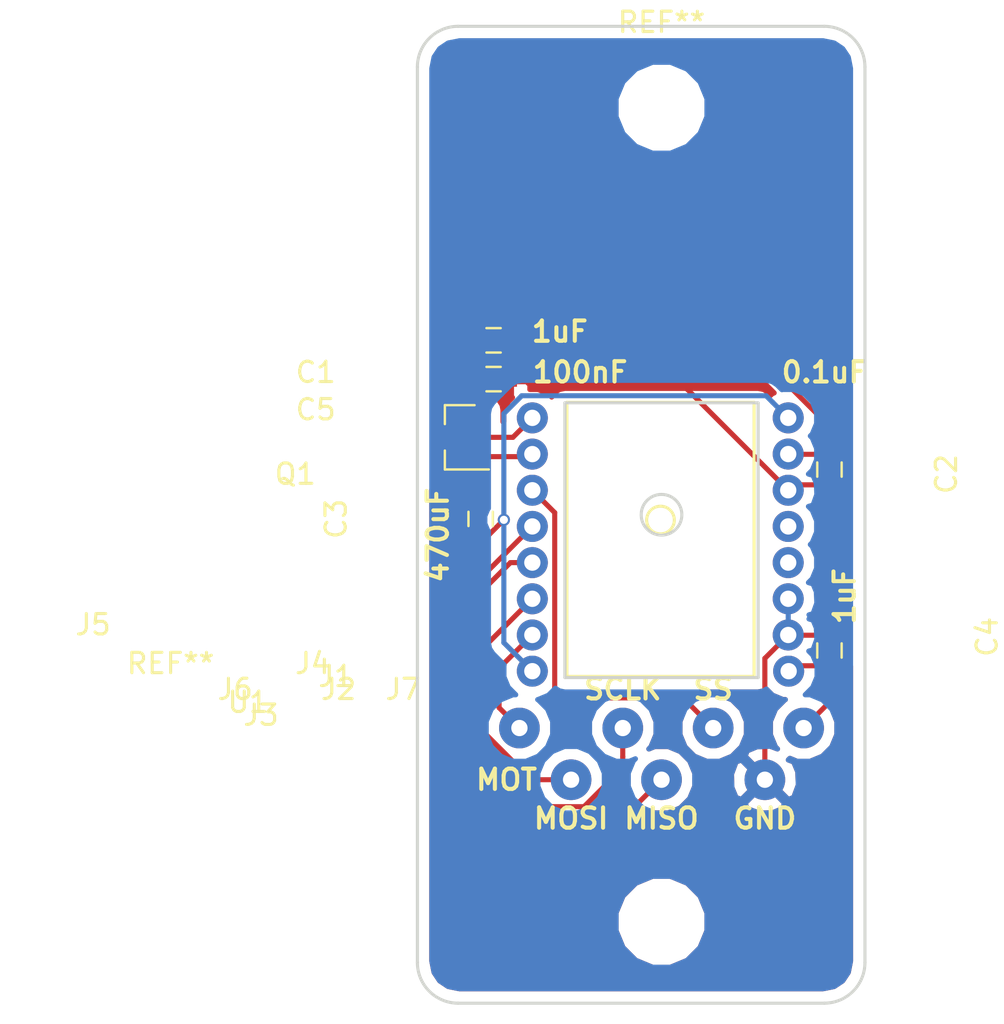
<source format=kicad_pcb>
(kicad_pcb (version 4) (host pcbnew 4.0.7)

  (general
    (links 24)
    (no_connects 0)
    (area -12.075001 -24.075001 10.075001 24.075001)
    (thickness 1.6)
    (drawings 24)
    (tracks 76)
    (zones 0)
    (modules 16)
    (nets 13)
  )

  (page A4)
  (layers
    (0 F.Cu signal)
    (31 B.Cu signal)
    (32 B.Adhes user)
    (33 F.Adhes user)
    (34 B.Paste user)
    (35 F.Paste user)
    (36 B.SilkS user)
    (37 F.SilkS user)
    (38 B.Mask user)
    (39 F.Mask user)
    (40 Dwgs.User user)
    (41 Cmts.User user)
    (42 Eco1.User user)
    (43 Eco2.User user)
    (44 Edge.Cuts user)
    (45 Margin user)
    (46 B.CrtYd user)
    (47 F.CrtYd user)
    (48 B.Fab user)
    (49 F.Fab user)
  )

  (setup
    (last_trace_width 0.25)
    (trace_clearance 0.2)
    (zone_clearance 0.508)
    (zone_45_only no)
    (trace_min 0.2)
    (segment_width 0.2)
    (edge_width 0.15)
    (via_size 0.6)
    (via_drill 0.4)
    (via_min_size 0.4)
    (via_min_drill 0.3)
    (uvia_size 0.3)
    (uvia_drill 0.1)
    (uvias_allowed no)
    (uvia_min_size 0.2)
    (uvia_min_drill 0.1)
    (pcb_text_width 0.3)
    (pcb_text_size 1.5 1.5)
    (mod_edge_width 0.15)
    (mod_text_size 1 1)
    (mod_text_width 0.15)
    (pad_size 1.524 1.524)
    (pad_drill 0.762)
    (pad_to_mask_clearance 0.2)
    (aux_axis_origin 0 0)
    (visible_elements 7FFFFFFF)
    (pcbplotparams
      (layerselection 0x00030_80000001)
      (usegerberextensions false)
      (excludeedgelayer true)
      (linewidth 0.100000)
      (plotframeref false)
      (viasonmask false)
      (mode 1)
      (useauxorigin false)
      (hpglpennumber 1)
      (hpglpenspeed 20)
      (hpglpendiameter 15)
      (hpglpenoverlay 2)
      (psnegative false)
      (psa4output false)
      (plotreference true)
      (plotvalue true)
      (plotinvisibletext false)
      (padsonsilk false)
      (subtractmaskfromsilk false)
      (outputformat 1)
      (mirror false)
      (drillshape 1)
      (scaleselection 1)
      (outputdirectory ""))
  )

  (net 0 "")
  (net 1 GND)
  (net 2 +5V)
  (net 3 "Net-(C3-Pad2)")
  (net 4 "Net-(C3-Pad1)")
  (net 5 /SCLK)
  (net 6 /MOSI)
  (net 7 /MISO)
  (net 8 /SS)
  (net 9 /MOTION)
  (net 10 "Net-(Q1-Pad1)")
  (net 11 "Net-(U1-Pad12)")
  (net 12 "Net-(U1-Pad13)")

  (net_class Default "This is the default net class."
    (clearance 0.2)
    (trace_width 0.25)
    (via_dia 0.6)
    (via_drill 0.4)
    (uvia_dia 0.3)
    (uvia_drill 0.1)
    (add_net +5V)
    (add_net /MISO)
    (add_net /MOSI)
    (add_net /MOTION)
    (add_net /SCLK)
    (add_net /SS)
    (add_net GND)
    (add_net "Net-(C3-Pad1)")
    (add_net "Net-(C3-Pad2)")
    (add_net "Net-(Q1-Pad1)")
    (add_net "Net-(U1-Pad12)")
    (add_net "Net-(U1-Pad13)")
  )

  (module Capacitors_SMD:C_0603 (layer F.Cu) (tedit 59958EE7) (tstamp 5AC43A19)
    (at 3.745 15.43)
    (descr "Capacitor SMD 0603, reflow soldering, AVX (see smccp.pdf)")
    (tags "capacitor 0603")
    (path /5AC3C36C)
    (attr smd)
    (fp_text reference C1 (at -8.745 1.57) (layer F.SilkS)
      (effects (font (size 1 1) (thickness 0.15)))
    )
    (fp_text value 1uF (at 0 1.5) (layer F.Fab)
      (effects (font (size 1 1) (thickness 0.15)))
    )
    (fp_line (start 1.4 0.65) (end -1.4 0.65) (layer F.CrtYd) (width 0.05))
    (fp_line (start 1.4 0.65) (end 1.4 -0.65) (layer F.CrtYd) (width 0.05))
    (fp_line (start -1.4 -0.65) (end -1.4 0.65) (layer F.CrtYd) (width 0.05))
    (fp_line (start -1.4 -0.65) (end 1.4 -0.65) (layer F.CrtYd) (width 0.05))
    (fp_line (start 0.35 0.6) (end -0.35 0.6) (layer F.SilkS) (width 0.12))
    (fp_line (start -0.35 -0.6) (end 0.35 -0.6) (layer F.SilkS) (width 0.12))
    (fp_line (start -0.8 -0.4) (end 0.8 -0.4) (layer F.Fab) (width 0.1))
    (fp_line (start 0.8 -0.4) (end 0.8 0.4) (layer F.Fab) (width 0.1))
    (fp_line (start 0.8 0.4) (end -0.8 0.4) (layer F.Fab) (width 0.1))
    (fp_line (start -0.8 0.4) (end -0.8 -0.4) (layer F.Fab) (width 0.1))
    (fp_text user %R (at 0 0) (layer F.Fab)
      (effects (font (size 0.3 0.3) (thickness 0.075)))
    )
    (pad 2 smd rect (at 0.75 0) (size 0.8 0.75) (layers F.Cu F.Paste F.Mask)
      (net 1 GND))
    (pad 1 smd rect (at -0.75 0) (size 0.8 0.75) (layers F.Cu F.Paste F.Mask)
      (net 2 +5V))
    (model Capacitors_SMD.3dshapes/C_0603.wrl
      (at (xyz 0 0 0))
      (scale (xyz 1 1 1))
      (rotate (xyz 0 0 0))
    )
  )

  (module Capacitors_SMD:C_0603 (layer F.Cu) (tedit 59958EE7) (tstamp 5AC43A1F)
    (at 20.255 21.78 270)
    (descr "Capacitor SMD 0603, reflow soldering, AVX (see smccp.pdf)")
    (tags "capacitor 0603")
    (path /5AC3C238)
    (attr smd)
    (fp_text reference C2 (at 0.22 -5.745 270) (layer F.SilkS)
      (effects (font (size 1 1) (thickness 0.15)))
    )
    (fp_text value 0.1uF (at 0 1.5 270) (layer F.Fab)
      (effects (font (size 1 1) (thickness 0.15)))
    )
    (fp_line (start 1.4 0.65) (end -1.4 0.65) (layer F.CrtYd) (width 0.05))
    (fp_line (start 1.4 0.65) (end 1.4 -0.65) (layer F.CrtYd) (width 0.05))
    (fp_line (start -1.4 -0.65) (end -1.4 0.65) (layer F.CrtYd) (width 0.05))
    (fp_line (start -1.4 -0.65) (end 1.4 -0.65) (layer F.CrtYd) (width 0.05))
    (fp_line (start 0.35 0.6) (end -0.35 0.6) (layer F.SilkS) (width 0.12))
    (fp_line (start -0.35 -0.6) (end 0.35 -0.6) (layer F.SilkS) (width 0.12))
    (fp_line (start -0.8 -0.4) (end 0.8 -0.4) (layer F.Fab) (width 0.1))
    (fp_line (start 0.8 -0.4) (end 0.8 0.4) (layer F.Fab) (width 0.1))
    (fp_line (start 0.8 0.4) (end -0.8 0.4) (layer F.Fab) (width 0.1))
    (fp_line (start -0.8 0.4) (end -0.8 -0.4) (layer F.Fab) (width 0.1))
    (fp_text user %R (at 0 0 270) (layer F.Fab)
      (effects (font (size 0.3 0.3) (thickness 0.075)))
    )
    (pad 2 smd rect (at 0.75 0 270) (size 0.8 0.75) (layers F.Cu F.Paste F.Mask)
      (net 1 GND))
    (pad 1 smd rect (at -0.75 0 270) (size 0.8 0.75) (layers F.Cu F.Paste F.Mask)
      (net 2 +5V))
    (model Capacitors_SMD.3dshapes/C_0603.wrl
      (at (xyz 0 0 0))
      (scale (xyz 1 1 1))
      (rotate (xyz 0 0 0))
    )
  )

  (module Capacitors_SMD:C_0603 (layer F.Cu) (tedit 59958EE7) (tstamp 5AC43A25)
    (at 3.11 24.205 270)
    (descr "Capacitor SMD 0603, reflow soldering, AVX (see smccp.pdf)")
    (tags "capacitor 0603")
    (path /5AC3B6DC)
    (attr smd)
    (fp_text reference C3 (at 0 7.11 270) (layer F.SilkS)
      (effects (font (size 1 1) (thickness 0.15)))
    )
    (fp_text value 470pF (at 0 1.5 270) (layer F.Fab)
      (effects (font (size 1 1) (thickness 0.15)))
    )
    (fp_line (start 1.4 0.65) (end -1.4 0.65) (layer F.CrtYd) (width 0.05))
    (fp_line (start 1.4 0.65) (end 1.4 -0.65) (layer F.CrtYd) (width 0.05))
    (fp_line (start -1.4 -0.65) (end -1.4 0.65) (layer F.CrtYd) (width 0.05))
    (fp_line (start -1.4 -0.65) (end 1.4 -0.65) (layer F.CrtYd) (width 0.05))
    (fp_line (start 0.35 0.6) (end -0.35 0.6) (layer F.SilkS) (width 0.12))
    (fp_line (start -0.35 -0.6) (end 0.35 -0.6) (layer F.SilkS) (width 0.12))
    (fp_line (start -0.8 -0.4) (end 0.8 -0.4) (layer F.Fab) (width 0.1))
    (fp_line (start 0.8 -0.4) (end 0.8 0.4) (layer F.Fab) (width 0.1))
    (fp_line (start 0.8 0.4) (end -0.8 0.4) (layer F.Fab) (width 0.1))
    (fp_line (start -0.8 0.4) (end -0.8 -0.4) (layer F.Fab) (width 0.1))
    (fp_text user %R (at 0 0 270) (layer F.Fab)
      (effects (font (size 0.3 0.3) (thickness 0.075)))
    )
    (pad 2 smd rect (at 0.75 0 270) (size 0.8 0.75) (layers F.Cu F.Paste F.Mask)
      (net 3 "Net-(C3-Pad2)"))
    (pad 1 smd rect (at -0.75 0 270) (size 0.8 0.75) (layers F.Cu F.Paste F.Mask)
      (net 4 "Net-(C3-Pad1)"))
    (model Capacitors_SMD.3dshapes/C_0603.wrl
      (at (xyz 0 0 0))
      (scale (xyz 1 1 1))
      (rotate (xyz 0 0 0))
    )
  )

  (module Capacitors_SMD:C_0603 (layer F.Cu) (tedit 59958EE7) (tstamp 5AC43A2B)
    (at 20.255 30.67 270)
    (descr "Capacitor SMD 0603, reflow soldering, AVX (see smccp.pdf)")
    (tags "capacitor 0603")
    (path /5AC3BE5B)
    (attr smd)
    (fp_text reference C4 (at -0.67 -7.745 270) (layer F.SilkS)
      (effects (font (size 1 1) (thickness 0.15)))
    )
    (fp_text value 1uF (at 0 1.5 270) (layer F.Fab)
      (effects (font (size 1 1) (thickness 0.15)))
    )
    (fp_line (start 1.4 0.65) (end -1.4 0.65) (layer F.CrtYd) (width 0.05))
    (fp_line (start 1.4 0.65) (end 1.4 -0.65) (layer F.CrtYd) (width 0.05))
    (fp_line (start -1.4 -0.65) (end -1.4 0.65) (layer F.CrtYd) (width 0.05))
    (fp_line (start -1.4 -0.65) (end 1.4 -0.65) (layer F.CrtYd) (width 0.05))
    (fp_line (start 0.35 0.6) (end -0.35 0.6) (layer F.SilkS) (width 0.12))
    (fp_line (start -0.35 -0.6) (end 0.35 -0.6) (layer F.SilkS) (width 0.12))
    (fp_line (start -0.8 -0.4) (end 0.8 -0.4) (layer F.Fab) (width 0.1))
    (fp_line (start 0.8 -0.4) (end 0.8 0.4) (layer F.Fab) (width 0.1))
    (fp_line (start 0.8 0.4) (end -0.8 0.4) (layer F.Fab) (width 0.1))
    (fp_line (start -0.8 0.4) (end -0.8 -0.4) (layer F.Fab) (width 0.1))
    (fp_text user %R (at 0 0 270) (layer F.Fab)
      (effects (font (size 0.3 0.3) (thickness 0.075)))
    )
    (pad 2 smd rect (at 0.75 0 270) (size 0.8 0.75) (layers F.Cu F.Paste F.Mask)
      (net 2 +5V))
    (pad 1 smd rect (at -0.75 0 270) (size 0.8 0.75) (layers F.Cu F.Paste F.Mask)
      (net 1 GND))
    (model Capacitors_SMD.3dshapes/C_0603.wrl
      (at (xyz 0 0 0))
      (scale (xyz 1 1 1))
      (rotate (xyz 0 0 0))
    )
  )

  (module Capacitors_SMD:C_0603 (layer F.Cu) (tedit 59958EE7) (tstamp 5AC43A31)
    (at 3.745 17.335 180)
    (descr "Capacitor SMD 0603, reflow soldering, AVX (see smccp.pdf)")
    (tags "capacitor 0603")
    (path /5AC3BD4F)
    (attr smd)
    (fp_text reference C5 (at 8.745 -1.5 180) (layer F.SilkS)
      (effects (font (size 1 1) (thickness 0.15)))
    )
    (fp_text value 100nF (at 0 1.5 180) (layer F.Fab)
      (effects (font (size 1 1) (thickness 0.15)))
    )
    (fp_line (start 1.4 0.65) (end -1.4 0.65) (layer F.CrtYd) (width 0.05))
    (fp_line (start 1.4 0.65) (end 1.4 -0.65) (layer F.CrtYd) (width 0.05))
    (fp_line (start -1.4 -0.65) (end -1.4 0.65) (layer F.CrtYd) (width 0.05))
    (fp_line (start -1.4 -0.65) (end 1.4 -0.65) (layer F.CrtYd) (width 0.05))
    (fp_line (start 0.35 0.6) (end -0.35 0.6) (layer F.SilkS) (width 0.12))
    (fp_line (start -0.35 -0.6) (end 0.35 -0.6) (layer F.SilkS) (width 0.12))
    (fp_line (start -0.8 -0.4) (end 0.8 -0.4) (layer F.Fab) (width 0.1))
    (fp_line (start 0.8 -0.4) (end 0.8 0.4) (layer F.Fab) (width 0.1))
    (fp_line (start 0.8 0.4) (end -0.8 0.4) (layer F.Fab) (width 0.1))
    (fp_line (start -0.8 0.4) (end -0.8 -0.4) (layer F.Fab) (width 0.1))
    (fp_text user %R (at 0 0 180) (layer F.Fab)
      (effects (font (size 0.3 0.3) (thickness 0.075)))
    )
    (pad 2 smd rect (at 0.75 0 180) (size 0.8 0.75) (layers F.Cu F.Paste F.Mask)
      (net 2 +5V))
    (pad 1 smd rect (at -0.75 0 180) (size 0.8 0.75) (layers F.Cu F.Paste F.Mask)
      (net 1 GND))
    (model Capacitors_SMD.3dshapes/C_0603.wrl
      (at (xyz 0 0 0))
      (scale (xyz 1 1 1))
      (rotate (xyz 0 0 0))
    )
  )

  (module TO_SOT_Packages_SMD:SOT-23 (layer F.Cu) (tedit 58CE4E7E) (tstamp 5AC43A44)
    (at 2.11 20.195 180)
    (descr "SOT-23, Standard")
    (tags SOT-23)
    (path /5AC3B9C4)
    (attr smd)
    (fp_text reference Q1 (at 8.11 -1.805 180) (layer F.SilkS)
      (effects (font (size 1 1) (thickness 0.15)))
    )
    (fp_text value Q_PMOS_GDS (at 0 2.5 180) (layer F.Fab)
      (effects (font (size 1 1) (thickness 0.15)))
    )
    (fp_text user %R (at 0 0 270) (layer F.Fab)
      (effects (font (size 0.5 0.5) (thickness 0.075)))
    )
    (fp_line (start -0.7 -0.95) (end -0.7 1.5) (layer F.Fab) (width 0.1))
    (fp_line (start -0.15 -1.52) (end 0.7 -1.52) (layer F.Fab) (width 0.1))
    (fp_line (start -0.7 -0.95) (end -0.15 -1.52) (layer F.Fab) (width 0.1))
    (fp_line (start 0.7 -1.52) (end 0.7 1.52) (layer F.Fab) (width 0.1))
    (fp_line (start -0.7 1.52) (end 0.7 1.52) (layer F.Fab) (width 0.1))
    (fp_line (start 0.76 1.58) (end 0.76 0.65) (layer F.SilkS) (width 0.12))
    (fp_line (start 0.76 -1.58) (end 0.76 -0.65) (layer F.SilkS) (width 0.12))
    (fp_line (start -1.7 -1.75) (end 1.7 -1.75) (layer F.CrtYd) (width 0.05))
    (fp_line (start 1.7 -1.75) (end 1.7 1.75) (layer F.CrtYd) (width 0.05))
    (fp_line (start 1.7 1.75) (end -1.7 1.75) (layer F.CrtYd) (width 0.05))
    (fp_line (start -1.7 1.75) (end -1.7 -1.75) (layer F.CrtYd) (width 0.05))
    (fp_line (start 0.76 -1.58) (end -1.4 -1.58) (layer F.SilkS) (width 0.12))
    (fp_line (start 0.76 1.58) (end -0.7 1.58) (layer F.SilkS) (width 0.12))
    (pad 1 smd rect (at -1 -0.95 180) (size 0.9 0.8) (layers F.Cu F.Paste F.Mask)
      (net 10 "Net-(Q1-Pad1)"))
    (pad 2 smd rect (at -1 0.95 180) (size 0.9 0.8) (layers F.Cu F.Paste F.Mask)
      (net 2 +5V))
    (pad 3 smd rect (at 1 0 180) (size 0.9 0.8) (layers F.Cu F.Paste F.Mask)
      (net 4 "Net-(C3-Pad1)"))
    (model ${KISYS3DMOD}/TO_SOT_Packages_SMD.3dshapes/SOT-23.wrl
      (at (xyz 0 0 0))
      (scale (xyz 1 1 1))
      (rotate (xyz 0 0 0))
    )
  )

  (module trackey:ADNS-9800 (layer F.Cu) (tedit 5AC43748) (tstamp 5AC43A58)
    (at 5.65 19.24)
    (path /5AC3B594)
    (fp_text reference U1 (at -13.97 13.97) (layer F.SilkS)
      (effects (font (size 1 1) (thickness 0.15)))
    )
    (fp_text value ADNS-9800 (at -21.59 9.525) (layer F.Fab)
      (effects (font (size 1 1) (thickness 0.15)))
    )
    (fp_circle (center 6.3 5.02) (end 6.3 5.7) (layer F.SilkS) (width 0.15))
    (fp_line (start 1.7 12.7) (end 1.7 -0.762) (layer F.SilkS) (width 0.15))
    (fp_line (start 10.9 12.7) (end 1.7 12.7) (layer F.SilkS) (width 0.15))
    (fp_line (start 10.9 -0.762) (end 10.9 12.7) (layer F.SilkS) (width 0.15))
    (fp_line (start 1.7 -0.762) (end 10.9 -0.762) (layer F.SilkS) (width 0.15))
    (pad 2 thru_hole circle (at 0 1.78) (size 1.524 1.524) (drill 0.8) (layers *.Cu *.Mask)
      (net 10 "Net-(Q1-Pad1)"))
    (pad 1 thru_hole circle (at 0 0) (size 1.524 1.524) (drill 0.8) (layers *.Cu *.Mask)
      (net 4 "Net-(C3-Pad1)"))
    (pad 3 thru_hole circle (at 0 3.556) (size 1.524 1.524) (drill 0.8) (layers *.Cu *.Mask)
      (net 8 /SS))
    (pad 4 thru_hole circle (at 0 5.334) (size 1.524 1.524) (drill 0.8) (layers *.Cu *.Mask)
      (net 7 /MISO))
    (pad 5 thru_hole circle (at 0 7.112) (size 1.524 1.524) (drill 0.8) (layers *.Cu *.Mask)
      (net 5 /SCLK))
    (pad 6 thru_hole circle (at 0 8.89) (size 1.524 1.524) (drill 0.8) (layers *.Cu *.Mask)
      (net 6 /MOSI))
    (pad 7 thru_hole circle (at 0 10.668) (size 1.524 1.524) (drill 0.8) (layers *.Cu *.Mask)
      (net 9 /MOTION))
    (pad 8 thru_hole circle (at 0 12.446) (size 1.524 1.524) (drill 0.8) (layers *.Cu *.Mask)
      (net 3 "Net-(C3-Pad2)"))
    (pad 9 thru_hole circle (at 12.6 12.446) (size 1.524 1.524) (drill 0.8) (layers *.Cu *.Mask)
      (net 2 +5V))
    (pad 10 thru_hole circle (at 12.578 10.668) (size 1.524 1.524) (drill 0.8) (layers *.Cu *.Mask)
      (net 1 GND))
    (pad 11 thru_hole circle (at 12.578 8.89) (size 1.524 1.524) (drill 0.8) (layers *.Cu *.Mask)
      (net 1 GND))
    (pad 12 thru_hole circle (at 12.578 7.112) (size 1.524 1.524) (drill 0.8) (layers *.Cu *.Mask)
      (net 11 "Net-(U1-Pad12)"))
    (pad 13 thru_hole circle (at 12.578 5.334) (size 1.524 1.524) (drill 0.8) (layers *.Cu *.Mask)
      (net 12 "Net-(U1-Pad13)"))
    (pad 14 thru_hole circle (at 12.578 3.556) (size 1.524 1.524) (drill 0.8) (layers *.Cu *.Mask)
      (net 1 GND))
    (pad 15 thru_hole circle (at 12.578 1.778) (size 1.524 1.524) (drill 0.8) (layers *.Cu *.Mask)
      (net 2 +5V))
    (pad 16 thru_hole circle (at 12.578 0) (size 1.524 1.524) (drill 0.8) (layers *.Cu *.Mask)
      (net 3 "Net-(C3-Pad2)"))
  )

  (module Mounting_Holes:MountingHole_3.2mm_M3 (layer F.Cu) (tedit 56D1B4CB) (tstamp 5AC43E07)
    (at 12 4)
    (descr "Mounting Hole 3.2mm, no annular, M3")
    (tags "mounting hole 3.2mm no annular m3")
    (attr virtual)
    (fp_text reference REF** (at 0 -4.2) (layer F.SilkS)
      (effects (font (size 1 1) (thickness 0.15)))
    )
    (fp_text value MountingHole_3.2mm_M3 (at -6.985 -4.445) (layer F.Fab)
      (effects (font (size 1 1) (thickness 0.15)))
    )
    (fp_text user %R (at 0.3 0) (layer F.Fab)
      (effects (font (size 1 1) (thickness 0.15)))
    )
    (fp_circle (center 0 0) (end 3.2 0) (layer Cmts.User) (width 0.15))
    (fp_circle (center 0 0) (end 3.45 0) (layer F.CrtYd) (width 0.05))
    (pad 1 np_thru_hole circle (at 0 0) (size 3.2 3.2) (drill 3.2) (layers *.Cu *.Mask))
  )

  (module Mounting_Holes:MountingHole_3.2mm_M3 (layer F.Cu) (tedit 56D1B4CB) (tstamp 5AC43E08)
    (at 12 44)
    (descr "Mounting Hole 3.2mm, no annular, M3")
    (tags "mounting hole 3.2mm no annular m3")
    (attr virtual)
    (fp_text reference REF** (at -24.13 -12.695) (layer F.SilkS)
      (effects (font (size 1 1) (thickness 0.15)))
    )
    (fp_text value MountingHole_3.2mm_M3 (at 0 4.2) (layer F.Fab)
      (effects (font (size 1 1) (thickness 0.15)))
    )
    (fp_text user %R (at 0.3 0) (layer F.Fab)
      (effects (font (size 1 1) (thickness 0.15)))
    )
    (fp_circle (center 0 0) (end 3.2 0) (layer Cmts.User) (width 0.15))
    (fp_circle (center 0 0) (end 3.45 0) (layer F.CrtYd) (width 0.05))
    (pad 1 np_thru_hole circle (at 0 0) (size 3.2 3.2) (drill 3.2) (layers *.Cu *.Mask))
  )

  (module Wire_Pads:SolderWirePad_single_0-8mmDrill (layer F.Cu) (tedit 0) (tstamp 5AC7764F)
    (at 18.985 34.48)
    (path /5AC7768F)
    (fp_text reference J1 (at -22.985 -2.54) (layer F.SilkS)
      (effects (font (size 1 1) (thickness 0.15)))
    )
    (fp_text value Conn_01x01 (at -33.02 -5.715) (layer F.Fab)
      (effects (font (size 1 1) (thickness 0.15)))
    )
    (pad 1 thru_hole circle (at 0 0) (size 1.99898 1.99898) (drill 0.8001) (layers *.Cu *.Mask)
      (net 2 +5V))
  )

  (module Wire_Pads:SolderWirePad_single_0-8mmDrill (layer F.Cu) (tedit 0) (tstamp 5AC77654)
    (at 10.095 34.48)
    (path /5AC776F7)
    (fp_text reference J2 (at -13.97 -1.905) (layer F.SilkS)
      (effects (font (size 1 1) (thickness 0.15)))
    )
    (fp_text value Conn_01x01 (at -15.24 -1.27) (layer F.Fab)
      (effects (font (size 1 1) (thickness 0.15)))
    )
    (pad 1 thru_hole circle (at 0 0) (size 1.99898 1.99898) (drill 0.8001) (layers *.Cu *.Mask)
      (net 5 /SCLK))
  )

  (module Wire_Pads:SolderWirePad_single_0-8mmDrill (layer F.Cu) (tedit 0) (tstamp 5AC77659)
    (at 7.555 37.02)
    (path /5AC77801)
    (fp_text reference J3 (at -15.24 -3.175) (layer F.SilkS)
      (effects (font (size 1 1) (thickness 0.15)))
    )
    (fp_text value Conn_01x01 (at -12.065 -3.81) (layer F.Fab)
      (effects (font (size 1 1) (thickness 0.15)))
    )
    (pad 1 thru_hole circle (at 0 0) (size 1.99898 1.99898) (drill 0.8001) (layers *.Cu *.Mask)
      (net 6 /MOSI))
  )

  (module Wire_Pads:SolderWirePad_single_0-8mmDrill (layer F.Cu) (tedit 0) (tstamp 5AC7765E)
    (at 12 37.02)
    (path /5AC77807)
    (fp_text reference J4 (at -17.145 -5.715) (layer F.SilkS)
      (effects (font (size 1 1) (thickness 0.15)))
    )
    (fp_text value Conn_01x01 (at -18.415 -3.175) (layer F.Fab)
      (effects (font (size 1 1) (thickness 0.15)))
    )
    (pad 1 thru_hole circle (at 0 0) (size 1.99898 1.99898) (drill 0.8001) (layers *.Cu *.Mask)
      (net 7 /MISO))
  )

  (module Wire_Pads:SolderWirePad_single_0-8mmDrill (layer F.Cu) (tedit 0) (tstamp 5AC77663)
    (at 14.54 34.48)
    (path /5AC778FD)
    (fp_text reference J5 (at -30.48 -5.08) (layer F.SilkS)
      (effects (font (size 1 1) (thickness 0.15)))
    )
    (fp_text value Conn_01x01 (at -17.145 0) (layer F.Fab)
      (effects (font (size 1 1) (thickness 0.15)))
    )
    (pad 1 thru_hole circle (at 0 0) (size 1.99898 1.99898) (drill 0.8001) (layers *.Cu *.Mask)
      (net 8 /SS))
  )

  (module Wire_Pads:SolderWirePad_single_0-8mmDrill (layer F.Cu) (tedit 0) (tstamp 5AC77668)
    (at 5.015 34.48)
    (path /5AC77903)
    (fp_text reference J6 (at -13.97 -1.905) (layer F.SilkS)
      (effects (font (size 1 1) (thickness 0.15)))
    )
    (fp_text value Conn_01x01 (at -8.255 -1.27) (layer F.Fab)
      (effects (font (size 1 1) (thickness 0.15)))
    )
    (pad 1 thru_hole circle (at 0 0) (size 1.99898 1.99898) (drill 0.8001) (layers *.Cu *.Mask)
      (net 9 /MOTION))
  )

  (module Wire_Pads:SolderWirePad_single_0-8mmDrill (layer F.Cu) (tedit 0) (tstamp 5AC7766D)
    (at 17.08 37.02)
    (path /5AC7790F)
    (fp_text reference J7 (at -17.78 -4.445) (layer F.SilkS)
      (effects (font (size 1 1) (thickness 0.15)))
    )
    (fp_text value Conn_01x01 (at -22.86 -3.175) (layer F.Fab)
      (effects (font (size 1 1) (thickness 0.15)))
    )
    (pad 1 thru_hole circle (at 0 0) (size 1.99898 1.99898) (drill 0.8001) (layers *.Cu *.Mask)
      (net 1 GND))
  )

  (gr_circle (center 12 24) (end 12 23) (layer Edge.Cuts) (width 0.15))
  (gr_line (start 7.25 32) (end 16.75 32) (layer Edge.Cuts) (width 0.15))
  (gr_line (start 7.25 18.5) (end 7.25 32) (layer Edge.Cuts) (width 0.15))
  (gr_line (start 16.75 18.5) (end 7.25 18.5) (layer Edge.Cuts) (width 0.15))
  (gr_line (start 16.75 32) (end 16.75 18.5) (layer Edge.Cuts) (width 0.15))
  (gr_arc (start 2 2) (end 0 2) (angle 90) (layer Edge.Cuts) (width 0.15))
  (gr_arc (start 2 46) (end 2 48) (angle 90) (layer Edge.Cuts) (width 0.15))
  (gr_arc (start 20 46) (end 22 46) (angle 90) (layer Edge.Cuts) (width 0.15))
  (gr_arc (start 20 2) (end 20 0) (angle 90) (layer Edge.Cuts) (width 0.15))
  (gr_text 0.1uF (at 20 17) (layer F.SilkS)
    (effects (font (size 1 1) (thickness 0.2)))
  )
  (gr_text 1uF (at 21 28 90) (layer F.SilkS)
    (effects (font (size 1 1) (thickness 0.2)))
  )
  (gr_text "470uF\n" (at 1 25 90) (layer F.SilkS)
    (effects (font (size 1 1) (thickness 0.2)))
  )
  (gr_text 100nF (at 8 17) (layer F.SilkS)
    (effects (font (size 1 1) (thickness 0.2)))
  )
  (gr_text 1uF (at 7 15) (layer F.SilkS)
    (effects (font (size 1 1) (thickness 0.2)))
  )
  (gr_line (start 2 0) (end 20 0) (layer Edge.Cuts) (width 0.15))
  (gr_line (start 0 46) (end 0 2) (layer Edge.Cuts) (width 0.15))
  (gr_line (start 20 48) (end 2 48) (layer Edge.Cuts) (width 0.15))
  (gr_line (start 22 2) (end 22 46) (layer Edge.Cuts) (width 0.15))
  (gr_text GND (at 17.08 38.925) (layer F.SilkS)
    (effects (font (size 1 1) (thickness 0.2)))
  )
  (gr_text SS (at 14.54 32.575) (layer F.SilkS)
    (effects (font (size 1 1) (thickness 0.2)))
  )
  (gr_text MISO (at 12 38.925) (layer F.SilkS)
    (effects (font (size 1 1) (thickness 0.2)))
  )
  (gr_text SCLK (at 10.095 32.575) (layer F.SilkS)
    (effects (font (size 1 1) (thickness 0.2)))
  )
  (gr_text MOSI (at 7.555 38.925) (layer F.SilkS)
    (effects (font (size 1 1) (thickness 0.2)))
  )
  (gr_text MOT (at 4.38 37.02) (layer F.SilkS)
    (effects (font (size 1 1) (thickness 0.2)))
  )

  (segment (start 20.255 22.53) (end 20.255 23.18) (width 0.25) (layer F.Cu) (net 1))
  (segment (start 20.255 23.18) (end 20.255 29.92) (width 0.25) (layer F.Cu) (net 1))
  (segment (start 18.228 28.13) (end 18.228 29.908) (width 0.25) (layer B.Cu) (net 1))
  (segment (start 17.08 37.02) (end 17.08 31.056) (width 0.25) (layer F.Cu) (net 1))
  (segment (start 17.08 31.056) (end 18.228 29.908) (width 0.25) (layer F.Cu) (net 1))
  (segment (start 4.495 17.335) (end 12.767 17.335) (width 0.25) (layer F.Cu) (net 1))
  (segment (start 12.767 17.335) (end 18.228 22.796) (width 0.25) (layer F.Cu) (net 1))
  (segment (start 20.255 22.53) (end 18.494 22.53) (width 0.25) (layer F.Cu) (net 1))
  (segment (start 18.494 22.53) (end 18.228 22.796) (width 0.25) (layer F.Cu) (net 1))
  (segment (start 20.255 29.92) (end 18.24 29.92) (width 0.25) (layer F.Cu) (net 1))
  (segment (start 18.24 29.92) (end 18.228 29.908) (width 0.25) (layer F.Cu) (net 1))
  (segment (start 4.495 17.335) (end 4.495 15.43) (width 0.25) (layer F.Cu) (net 1))
  (segment (start 20.255 31.42) (end 18.516 31.42) (width 0.25) (layer F.Cu) (net 2))
  (segment (start 18.516 31.42) (end 18.25 31.686) (width 0.25) (layer F.Cu) (net 2))
  (segment (start 18.985 34.48) (end 20.255 33.21) (width 0.25) (layer F.Cu) (net 2))
  (segment (start 20.255 33.21) (end 20.255 31.42) (width 0.25) (layer F.Cu) (net 2))
  (segment (start 20.255 21.03) (end 18.24 21.03) (width 0.25) (layer F.Cu) (net 2))
  (segment (start 18.24 21.03) (end 18.228 21.018) (width 0.25) (layer F.Cu) (net 2))
  (segment (start 20.255 21.03) (end 20.88 21.03) (width 0.25) (layer F.Cu) (net 2))
  (segment (start 20.955001 30.694999) (end 20.255 31.395) (width 0.25) (layer F.Cu) (net 2))
  (segment (start 20.88 21.03) (end 20.955001 21.105001) (width 0.25) (layer F.Cu) (net 2))
  (segment (start 20.955001 21.105001) (end 20.955001 30.694999) (width 0.25) (layer F.Cu) (net 2))
  (segment (start 20.255 31.395) (end 20.255 31.42) (width 0.25) (layer F.Cu) (net 2))
  (segment (start 2.995 15.43) (end 2.995 14.805) (width 0.25) (layer F.Cu) (net 2))
  (segment (start 2.995 14.805) (end 3.070001 14.729999) (width 0.25) (layer F.Cu) (net 2))
  (segment (start 3.070001 14.729999) (end 15.326761 14.729999) (width 0.25) (layer F.Cu) (net 2))
  (segment (start 15.326761 14.729999) (end 20.255 19.658238) (width 0.25) (layer F.Cu) (net 2))
  (segment (start 20.255 19.658238) (end 20.255 20.38) (width 0.25) (layer F.Cu) (net 2))
  (segment (start 20.255 20.38) (end 20.255 21.03) (width 0.25) (layer F.Cu) (net 2))
  (segment (start 2.995 15.43) (end 2.995 17.335) (width 0.25) (layer F.Cu) (net 2))
  (segment (start 3.11 19.245) (end 3.11 17.45) (width 0.25) (layer F.Cu) (net 2))
  (segment (start 3.11 17.45) (end 2.995 17.335) (width 0.25) (layer F.Cu) (net 2))
  (segment (start 5.65 31.686) (end 4.25 30.286) (width 0.25) (layer B.Cu) (net 3))
  (segment (start 4.25 30.286) (end 4.25 24.25) (width 0.25) (layer B.Cu) (net 3))
  (segment (start 4.25 24.25) (end 4.25 19.031238) (width 0.25) (layer B.Cu) (net 3))
  (segment (start 4.25 19.031238) (end 5.128239 18.152999) (width 0.25) (layer B.Cu) (net 3))
  (segment (start 5.128239 18.152999) (end 17.140999 18.152999) (width 0.25) (layer B.Cu) (net 3))
  (segment (start 17.140999 18.152999) (end 17.466001 18.478001) (width 0.25) (layer B.Cu) (net 3))
  (segment (start 17.466001 18.478001) (end 18.228 19.24) (width 0.25) (layer B.Cu) (net 3))
  (segment (start 3.11 24.955) (end 3.545 24.955) (width 0.25) (layer F.Cu) (net 3))
  (segment (start 3.545 24.955) (end 4.25 24.25) (width 0.25) (layer F.Cu) (net 3))
  (via (at 4.25 24.25) (size 0.6) (drill 0.4) (layers F.Cu B.Cu) (net 3))
  (segment (start 1.11 20.195) (end 4.695 20.195) (width 0.25) (layer F.Cu) (net 4))
  (segment (start 4.695 20.195) (end 5.65 19.24) (width 0.25) (layer F.Cu) (net 4))
  (segment (start 3.11 23.455) (end 2.485 23.455) (width 0.25) (layer F.Cu) (net 4))
  (segment (start 2.485 23.455) (end 1.11 22.08) (width 0.25) (layer F.Cu) (net 4))
  (segment (start 1.11 22.08) (end 1.11 20.845) (width 0.25) (layer F.Cu) (net 4))
  (segment (start 1.11 20.845) (end 1.11 20.195) (width 0.25) (layer F.Cu) (net 4))
  (segment (start 2.75 28.17437) (end 2.75 34.811659) (width 0.25) (layer F.Cu) (net 5))
  (segment (start 2.75 34.811659) (end 6.282832 38.344491) (width 0.25) (layer F.Cu) (net 5))
  (segment (start 6.282832 38.344491) (end 8.190757 38.344491) (width 0.25) (layer F.Cu) (net 5))
  (segment (start 8.190757 38.344491) (end 10.095 36.440248) (width 0.25) (layer F.Cu) (net 5))
  (segment (start 10.095 36.440248) (end 10.095 35.893492) (width 0.25) (layer F.Cu) (net 5))
  (segment (start 10.095 35.893492) (end 10.095 34.48) (width 0.25) (layer F.Cu) (net 5))
  (segment (start 5.65 26.352) (end 4.57237 26.352) (width 0.25) (layer F.Cu) (net 5))
  (segment (start 4.57237 26.352) (end 2.75 28.17437) (width 0.25) (layer F.Cu) (net 5))
  (segment (start 3.25 34.675248) (end 3.25 30.53) (width 0.25) (layer F.Cu) (net 6))
  (segment (start 3.25 30.53) (end 5.65 28.13) (width 0.25) (layer F.Cu) (net 6))
  (segment (start 7.555 37.02) (end 5.594752 37.02) (width 0.25) (layer F.Cu) (net 6))
  (segment (start 5.594752 37.02) (end 3.25 34.675248) (width 0.25) (layer F.Cu) (net 6))
  (segment (start 2.25 35) (end 2.25 27.974) (width 0.25) (layer F.Cu) (net 7))
  (segment (start 2.25 27.974) (end 5.65 24.574) (width 0.25) (layer F.Cu) (net 7))
  (segment (start 6.044502 38.794502) (end 2.25 35) (width 0.25) (layer F.Cu) (net 7))
  (segment (start 12 37.02) (end 10.225498 38.794502) (width 0.25) (layer F.Cu) (net 7))
  (segment (start 10.225498 38.794502) (end 6.044502 38.794502) (width 0.25) (layer F.Cu) (net 7))
  (segment (start 5.65 22.796) (end 6.75 23.896) (width 0.25) (layer F.Cu) (net 8))
  (segment (start 6.75 23.896) (end 6.75 32.5) (width 0.25) (layer F.Cu) (net 8))
  (segment (start 6.75 32.5) (end 7.25 33) (width 0.25) (layer F.Cu) (net 8))
  (segment (start 7.25 33) (end 13.06 33) (width 0.25) (layer F.Cu) (net 8))
  (segment (start 13.06 33) (end 14.54 34.48) (width 0.25) (layer F.Cu) (net 8))
  (segment (start 5.015 34.48) (end 4.015511 33.480511) (width 0.25) (layer F.Cu) (net 9))
  (segment (start 4.015511 33.480511) (end 4.015511 31.542489) (width 0.25) (layer F.Cu) (net 9))
  (segment (start 4.015511 31.542489) (end 4.888001 30.669999) (width 0.25) (layer F.Cu) (net 9))
  (segment (start 4.888001 30.669999) (end 5.65 29.908) (width 0.25) (layer F.Cu) (net 9))
  (segment (start 3.11 21.145) (end 5.525 21.145) (width 0.25) (layer F.Cu) (net 10))
  (segment (start 5.525 21.145) (end 5.65 21.02) (width 0.25) (layer F.Cu) (net 10))

  (zone (net 1) (net_name GND) (layer F.Cu) (tstamp 0) (hatch edge 0.508)
    (connect_pads (clearance 0.508))
    (min_thickness 0.254)
    (fill yes (arc_segments 16) (thermal_gap 0.508) (thermal_bridge_width 0.508))
    (polygon
      (pts
        (xy 22 48) (xy 0 48) (xy 0 0) (xy 22 0)
      )
    )
    (filled_polygon
      (pts
        (xy 1.947599 23.992401) (xy 2.160271 24.134504) (xy 2.20562 24.204978) (xy 2.138569 24.30311) (xy 2.08756 24.555)
        (xy 2.08756 25.355) (xy 2.131838 25.590317) (xy 2.27091 25.806441) (xy 2.48311 25.951431) (xy 2.735 26.00244)
        (xy 3.146758 26.00244) (xy 1.712599 27.436599) (xy 1.547852 27.683161) (xy 1.49 27.974) (xy 1.49 35)
        (xy 1.547852 35.290839) (xy 1.712599 35.537401) (xy 5.507101 39.331903) (xy 5.753662 39.49665) (xy 6.044502 39.554502)
        (xy 10.225498 39.554502) (xy 10.516337 39.49665) (xy 10.762899 39.331903) (xy 11.508917 38.585885) (xy 11.673453 38.654206)
        (xy 12.323694 38.654774) (xy 12.924655 38.406462) (xy 13.159363 38.172163) (xy 16.107443 38.172163) (xy 16.206042 38.438965)
        (xy 16.815582 38.665401) (xy 17.465377 38.641341) (xy 17.953958 38.438965) (xy 18.052557 38.172163) (xy 17.08 37.199605)
        (xy 16.107443 38.172163) (xy 13.159363 38.172163) (xy 13.384846 37.947073) (xy 13.634206 37.346547) (xy 13.634722 36.755582)
        (xy 15.434599 36.755582) (xy 15.458659 37.405377) (xy 15.661035 37.893958) (xy 15.927837 37.992557) (xy 16.900395 37.02)
        (xy 15.927837 36.047443) (xy 15.661035 36.146042) (xy 15.434599 36.755582) (xy 13.634722 36.755582) (xy 13.634774 36.696306)
        (xy 13.386462 36.095345) (xy 12.927073 35.635154) (xy 12.326547 35.385794) (xy 11.676306 35.385226) (xy 11.378441 35.508301)
        (xy 11.479846 35.407073) (xy 11.729206 34.806547) (xy 11.729774 34.156306) (xy 11.566024 33.76) (xy 12.745198 33.76)
        (xy 12.974115 33.988917) (xy 12.905794 34.153453) (xy 12.905226 34.803694) (xy 13.153538 35.404655) (xy 13.612927 35.864846)
        (xy 14.213453 36.114206) (xy 14.863694 36.114774) (xy 15.464655 35.866462) (xy 15.924846 35.407073) (xy 16.174206 34.806547)
        (xy 16.174774 34.156306) (xy 15.926462 33.555345) (xy 15.467073 33.095154) (xy 14.866547 32.845794) (xy 14.216306 32.845226)
        (xy 14.049111 32.914309) (xy 13.844802 32.71) (xy 16.75 32.71) (xy 17.021705 32.655954) (xy 17.155251 32.566722)
        (xy 17.45763 32.869629) (xy 17.9709 33.082757) (xy 18.086194 33.082858) (xy 18.060345 33.093538) (xy 17.600154 33.552927)
        (xy 17.350794 34.153453) (xy 17.350226 34.803694) (xy 17.598538 35.404655) (xy 17.700633 35.506928) (xy 17.344418 35.374599)
        (xy 16.694623 35.398659) (xy 16.206042 35.601035) (xy 16.107443 35.867837) (xy 17.08 36.840395) (xy 17.094142 36.826252)
        (xy 17.273748 37.005858) (xy 17.259605 37.02) (xy 18.232163 37.992557) (xy 18.498965 37.893958) (xy 18.725401 37.284418)
        (xy 18.701341 36.634623) (xy 18.498965 36.146042) (xy 18.232164 36.047444) (xy 18.310065 35.969543) (xy 18.658453 36.114206)
        (xy 19.308694 36.114774) (xy 19.909655 35.866462) (xy 20.369846 35.407073) (xy 20.619206 34.806547) (xy 20.619774 34.156306)
        (xy 20.550691 33.989111) (xy 20.792401 33.747401) (xy 20.957148 33.50084) (xy 21.015 33.21) (xy 21.015 32.326844)
        (xy 21.081441 32.28409) (xy 21.226431 32.07189) (xy 21.27744 31.82) (xy 21.27744 31.447362) (xy 21.29 31.434802)
        (xy 21.29 45.930069) (xy 21.178953 46.48834) (xy 20.902333 46.902331) (xy 20.488338 47.178954) (xy 19.930069 47.29)
        (xy 2.069931 47.29) (xy 1.51166 47.178953) (xy 1.097669 46.902333) (xy 0.821046 46.488338) (xy 0.71 45.930069)
        (xy 0.71 44.442619) (xy 9.764613 44.442619) (xy 10.104155 45.264372) (xy 10.732321 45.893636) (xy 11.553481 46.234611)
        (xy 12.442619 46.235387) (xy 13.264372 45.895845) (xy 13.893636 45.267679) (xy 14.234611 44.446519) (xy 14.235387 43.557381)
        (xy 13.895845 42.735628) (xy 13.267679 42.106364) (xy 12.446519 41.765389) (xy 11.557381 41.764613) (xy 10.735628 42.104155)
        (xy 10.106364 42.732321) (xy 9.765389 43.553481) (xy 9.764613 44.442619) (xy 0.71 44.442619) (xy 0.71 22.754802)
      )
    )
    (filled_polygon
      (pts
        (xy 18.421748 29.893858) (xy 18.407605 29.908) (xy 18.421748 29.922143) (xy 18.242143 30.101748) (xy 18.228 30.087605)
        (xy 18.213858 30.101748) (xy 18.034253 29.922143) (xy 18.048395 29.908) (xy 18.034253 29.893858) (xy 18.213858 29.714253)
        (xy 18.228 29.728395) (xy 18.242143 29.714253)
      )
    )
    (filled_polygon
      (pts
        (xy 18.421748 28.115858) (xy 18.407605 28.13) (xy 18.421748 28.144143) (xy 18.242143 28.323748) (xy 18.228 28.309605)
        (xy 18.213858 28.323748) (xy 18.034253 28.144143) (xy 18.048395 28.13) (xy 18.034253 28.115858) (xy 18.213858 27.936253)
        (xy 18.228 27.950395) (xy 18.242143 27.936253)
      )
    )
    (filled_polygon
      (pts
        (xy 18.421748 22.781858) (xy 18.407605 22.796) (xy 18.421748 22.810143) (xy 18.242143 22.989748) (xy 18.228 22.975605)
        (xy 18.213858 22.989748) (xy 18.034253 22.810143) (xy 18.048395 22.796) (xy 18.034253 22.781858) (xy 18.213858 22.602253)
        (xy 18.228 22.616395) (xy 18.242143 22.602253)
      )
    )
    (filled_polygon
      (pts
        (xy 4.642 15.557) (xy 4.622 15.557) (xy 4.622 16.28125) (xy 4.72325 16.3825) (xy 4.622 16.48375)
        (xy 4.622 17.208) (xy 5.37125 17.208) (xy 5.53 17.04925) (xy 5.53 16.83369) (xy 5.433327 16.600301)
        (xy 5.254698 16.421673) (xy 5.160126 16.3825) (xy 5.254698 16.343327) (xy 5.433327 16.164699) (xy 5.53 15.93131)
        (xy 5.53 15.71575) (xy 5.371252 15.557002) (xy 5.53 15.557002) (xy 5.53 15.489999) (xy 15.011959 15.489999)
        (xy 17.536235 18.014275) (xy 17.437697 18.05499) (xy 17.349191 18.143342) (xy 17.252046 17.997954) (xy 17.021705 17.844046)
        (xy 16.75 17.79) (xy 7.25 17.79) (xy 6.978295 17.844046) (xy 6.747954 17.997954) (xy 6.602044 18.216324)
        (xy 6.44237 18.056371) (xy 5.9291 17.843243) (xy 5.527274 17.842892) (xy 5.53 17.83631) (xy 5.53 17.62075)
        (xy 5.37125 17.462) (xy 4.622 17.462) (xy 4.622 18.18625) (xy 4.675057 18.239307) (xy 4.466371 18.44763)
        (xy 4.253243 18.9609) (xy 4.252829 19.435) (xy 4.20744 19.435) (xy 4.20744 18.845) (xy 4.163162 18.609683)
        (xy 4.02409 18.393559) (xy 3.928898 18.328517) (xy 3.968691 18.345) (xy 4.20925 18.345) (xy 4.368 18.18625)
        (xy 4.368 17.462) (xy 4.348 17.462) (xy 4.348 17.208) (xy 4.368 17.208) (xy 4.368 16.48375)
        (xy 4.26675 16.3825) (xy 4.368 16.28125) (xy 4.368 15.557) (xy 4.348 15.557) (xy 4.348 15.489999)
        (xy 4.642 15.489999)
      )
    )
  )
  (zone (net 1) (net_name GND) (layer B.Cu) (tstamp 0) (hatch edge 0.508)
    (connect_pads (clearance 0.508))
    (min_thickness 0.254)
    (fill yes (arc_segments 16) (thermal_gap 0.508) (thermal_bridge_width 0.508))
    (polygon
      (pts
        (xy 22 0) (xy 0 0) (xy 0 48) (xy 22 48)
      )
    )
    (filled_polygon
      (pts
        (xy 20.488338 0.821046) (xy 20.902333 1.097669) (xy 21.178953 1.51166) (xy 21.29 2.069931) (xy 21.29 45.930069)
        (xy 21.178953 46.48834) (xy 20.902333 46.902331) (xy 20.488338 47.178954) (xy 19.930069 47.29) (xy 2.069931 47.29)
        (xy 1.51166 47.178953) (xy 1.097669 46.902333) (xy 0.821046 46.488338) (xy 0.71 45.930069) (xy 0.71 44.442619)
        (xy 9.764613 44.442619) (xy 10.104155 45.264372) (xy 10.732321 45.893636) (xy 11.553481 46.234611) (xy 12.442619 46.235387)
        (xy 13.264372 45.895845) (xy 13.893636 45.267679) (xy 14.234611 44.446519) (xy 14.235387 43.557381) (xy 13.895845 42.735628)
        (xy 13.267679 42.106364) (xy 12.446519 41.765389) (xy 11.557381 41.764613) (xy 10.735628 42.104155) (xy 10.106364 42.732321)
        (xy 9.765389 43.553481) (xy 9.764613 44.442619) (xy 0.71 44.442619) (xy 0.71 37.343694) (xy 5.920226 37.343694)
        (xy 6.168538 37.944655) (xy 6.627927 38.404846) (xy 7.228453 38.654206) (xy 7.878694 38.654774) (xy 8.479655 38.406462)
        (xy 8.939846 37.947073) (xy 9.189206 37.346547) (xy 9.189774 36.696306) (xy 8.941462 36.095345) (xy 8.482073 35.635154)
        (xy 7.881547 35.385794) (xy 7.231306 35.385226) (xy 6.630345 35.633538) (xy 6.170154 36.092927) (xy 5.920794 36.693453)
        (xy 5.920226 37.343694) (xy 0.71 37.343694) (xy 0.71 24.435167) (xy 3.314838 24.435167) (xy 3.456883 24.778943)
        (xy 3.49 24.812118) (xy 3.49 30.286) (xy 3.547852 30.576839) (xy 3.712599 30.823401) (xy 4.265817 31.376619)
        (xy 4.253243 31.4069) (xy 4.252758 31.962661) (xy 4.46499 32.476303) (xy 4.833393 32.84535) (xy 4.691306 32.845226)
        (xy 4.090345 33.093538) (xy 3.630154 33.552927) (xy 3.380794 34.153453) (xy 3.380226 34.803694) (xy 3.628538 35.404655)
        (xy 4.087927 35.864846) (xy 4.688453 36.114206) (xy 5.338694 36.114774) (xy 5.939655 35.866462) (xy 6.399846 35.407073)
        (xy 6.649206 34.806547) (xy 6.649208 34.803694) (xy 8.460226 34.803694) (xy 8.708538 35.404655) (xy 9.167927 35.864846)
        (xy 9.768453 36.114206) (xy 10.418694 36.114774) (xy 10.716559 35.991699) (xy 10.615154 36.092927) (xy 10.365794 36.693453)
        (xy 10.365226 37.343694) (xy 10.613538 37.944655) (xy 11.072927 38.404846) (xy 11.673453 38.654206) (xy 12.323694 38.654774)
        (xy 12.924655 38.406462) (xy 13.159363 38.172163) (xy 16.107443 38.172163) (xy 16.206042 38.438965) (xy 16.815582 38.665401)
        (xy 17.465377 38.641341) (xy 17.953958 38.438965) (xy 18.052557 38.172163) (xy 17.08 37.199605) (xy 16.107443 38.172163)
        (xy 13.159363 38.172163) (xy 13.384846 37.947073) (xy 13.634206 37.346547) (xy 13.634722 36.755582) (xy 15.434599 36.755582)
        (xy 15.458659 37.405377) (xy 15.661035 37.893958) (xy 15.927837 37.992557) (xy 16.900395 37.02) (xy 15.927837 36.047443)
        (xy 15.661035 36.146042) (xy 15.434599 36.755582) (xy 13.634722 36.755582) (xy 13.634774 36.696306) (xy 13.386462 36.095345)
        (xy 12.927073 35.635154) (xy 12.326547 35.385794) (xy 11.676306 35.385226) (xy 11.378441 35.508301) (xy 11.479846 35.407073)
        (xy 11.729206 34.806547) (xy 11.729208 34.803694) (xy 12.905226 34.803694) (xy 13.153538 35.404655) (xy 13.612927 35.864846)
        (xy 14.213453 36.114206) (xy 14.863694 36.114774) (xy 15.464655 35.866462) (xy 15.924846 35.407073) (xy 16.174206 34.806547)
        (xy 16.174774 34.156306) (xy 15.926462 33.555345) (xy 15.467073 33.095154) (xy 14.866547 32.845794) (xy 14.216306 32.845226)
        (xy 13.615345 33.093538) (xy 13.155154 33.552927) (xy 12.905794 34.153453) (xy 12.905226 34.803694) (xy 11.729208 34.803694)
        (xy 11.729774 34.156306) (xy 11.481462 33.555345) (xy 11.022073 33.095154) (xy 10.421547 32.845794) (xy 9.771306 32.845226)
        (xy 9.170345 33.093538) (xy 8.710154 33.552927) (xy 8.460794 34.153453) (xy 8.460226 34.803694) (xy 6.649208 34.803694)
        (xy 6.649774 34.156306) (xy 6.401462 33.555345) (xy 5.942073 33.095154) (xy 5.913358 33.08323) (xy 5.926661 33.083242)
        (xy 6.440303 32.87101) (xy 6.785069 32.526845) (xy 6.978295 32.655954) (xy 7.25 32.71) (xy 16.75 32.71)
        (xy 17.021705 32.655954) (xy 17.155251 32.566722) (xy 17.45763 32.869629) (xy 17.9709 33.082757) (xy 18.086194 33.082858)
        (xy 18.060345 33.093538) (xy 17.600154 33.552927) (xy 17.350794 34.153453) (xy 17.350226 34.803694) (xy 17.598538 35.404655)
        (xy 17.700633 35.506928) (xy 17.344418 35.374599) (xy 16.694623 35.398659) (xy 16.206042 35.601035) (xy 16.107443 35.867837)
        (xy 17.08 36.840395) (xy 17.094142 36.826252) (xy 17.273748 37.005858) (xy 17.259605 37.02) (xy 18.232163 37.992557)
        (xy 18.498965 37.893958) (xy 18.725401 37.284418) (xy 18.701341 36.634623) (xy 18.498965 36.146042) (xy 18.232164 36.047444)
        (xy 18.310065 35.969543) (xy 18.658453 36.114206) (xy 19.308694 36.114774) (xy 19.909655 35.866462) (xy 20.369846 35.407073)
        (xy 20.619206 34.806547) (xy 20.619774 34.156306) (xy 20.371462 33.555345) (xy 19.912073 33.095154) (xy 19.311547 32.845794)
        (xy 19.065778 32.845579) (xy 19.433629 32.47837) (xy 19.646757 31.9651) (xy 19.647242 31.409339) (xy 19.43501 30.895697)
        (xy 19.239336 30.699681) (xy 19.450397 30.639143) (xy 19.637144 30.115698) (xy 19.609362 29.560632) (xy 19.450397 29.176857)
        (xy 19.249585 29.119259) (xy 19.323226 29.045618) (xy 19.296608 29.019) (xy 19.323226 28.992382) (xy 19.249585 28.918741)
        (xy 19.450397 28.861143) (xy 19.637144 28.337698) (xy 19.609362 27.782632) (xy 19.450397 27.398857) (xy 19.22225 27.333418)
        (xy 19.411629 27.14437) (xy 19.624757 26.6311) (xy 19.625242 26.075339) (xy 19.41301 25.561697) (xy 19.314657 25.463173)
        (xy 19.411629 25.36637) (xy 19.624757 24.8531) (xy 19.625242 24.297339) (xy 19.41301 23.783697) (xy 19.222233 23.592587)
        (xy 19.450397 23.527143) (xy 19.637144 23.003698) (xy 19.609362 22.448632) (xy 19.450397 22.064857) (xy 19.22225 21.999418)
        (xy 19.411629 21.81037) (xy 19.624757 21.2971) (xy 19.625242 20.741339) (xy 19.41301 20.227697) (xy 19.314657 20.129173)
        (xy 19.411629 20.03237) (xy 19.624757 19.5191) (xy 19.625242 18.963339) (xy 19.41301 18.449697) (xy 19.02037 18.056371)
        (xy 18.5071 17.843243) (xy 17.951339 17.842758) (xy 17.918945 17.856143) (xy 17.6784 17.615598) (xy 17.431838 17.450851)
        (xy 17.140999 17.392999) (xy 5.128239 17.392999) (xy 4.8374 17.450851) (xy 4.590838 17.615597) (xy 3.712599 18.493837)
        (xy 3.547852 18.740399) (xy 3.49 19.031238) (xy 3.49 23.687537) (xy 3.457808 23.719673) (xy 3.315162 24.063201)
        (xy 3.314838 24.435167) (xy 0.71 24.435167) (xy 0.71 4.442619) (xy 9.764613 4.442619) (xy 10.104155 5.264372)
        (xy 10.732321 5.893636) (xy 11.553481 6.234611) (xy 12.442619 6.235387) (xy 13.264372 5.895845) (xy 13.893636 5.267679)
        (xy 14.234611 4.446519) (xy 14.235387 3.557381) (xy 13.895845 2.735628) (xy 13.267679 2.106364) (xy 12.446519 1.765389)
        (xy 11.557381 1.764613) (xy 10.735628 2.104155) (xy 10.106364 2.732321) (xy 9.765389 3.553481) (xy 9.764613 4.442619)
        (xy 0.71 4.442619) (xy 0.71 2.069931) (xy 0.821046 1.511662) (xy 1.097669 1.097667) (xy 1.51166 0.821047)
        (xy 2.069931 0.71) (xy 19.930069 0.71)
      )
    )
    (filled_polygon
      (pts
        (xy 18.421748 29.893858) (xy 18.407605 29.908) (xy 18.421748 29.922143) (xy 18.242143 30.101748) (xy 18.228 30.087605)
        (xy 18.213858 30.101748) (xy 18.034253 29.922143) (xy 18.048395 29.908) (xy 18.034253 29.893858) (xy 18.213858 29.714253)
        (xy 18.228 29.728395) (xy 18.242143 29.714253)
      )
    )
    (filled_polygon
      (pts
        (xy 18.421748 28.115858) (xy 18.407605 28.13) (xy 18.421748 28.144143) (xy 18.242143 28.323748) (xy 18.228 28.309605)
        (xy 18.213858 28.323748) (xy 18.034253 28.144143) (xy 18.048395 28.13) (xy 18.034253 28.115858) (xy 18.213858 27.936253)
        (xy 18.228 27.950395) (xy 18.242143 27.936253)
      )
    )
    (filled_polygon
      (pts
        (xy 18.421748 22.781858) (xy 18.407605 22.796) (xy 18.421748 22.810143) (xy 18.242143 22.989748) (xy 18.228 22.975605)
        (xy 18.213858 22.989748) (xy 18.034253 22.810143) (xy 18.048395 22.796) (xy 18.034253 22.781858) (xy 18.213858 22.602253)
        (xy 18.228 22.616395) (xy 18.242143 22.602253)
      )
    )
  )
)

</source>
